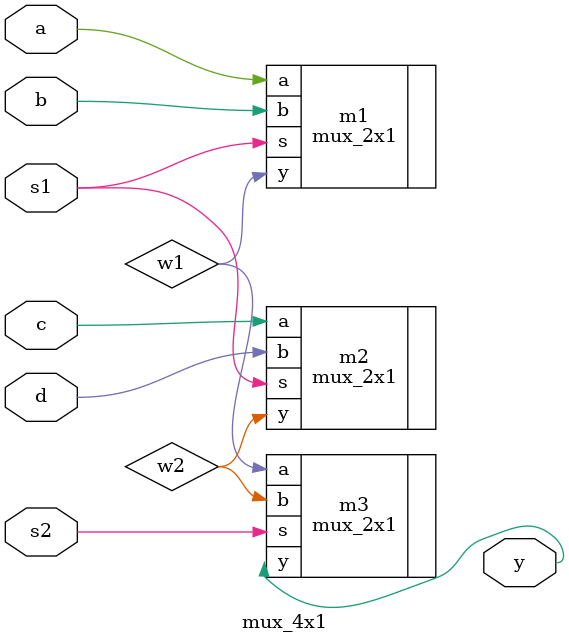
<source format=v>
module mux_4x1(a,b,c,d,s1,s2,y);
	input a,b,c,d,s1,s2;
	output y;
	wire w1,w2;

	mux_2x1 m1(.a(a),.b(b),.s(s1),.y(w1));
	mux_2x1 m2(.a(c),.b(d),.s(s1),.y(w2));
	mux_2x1 m3(.a(w1),.b(w2),.s(s2),.y(y));

endmodule
	

</source>
